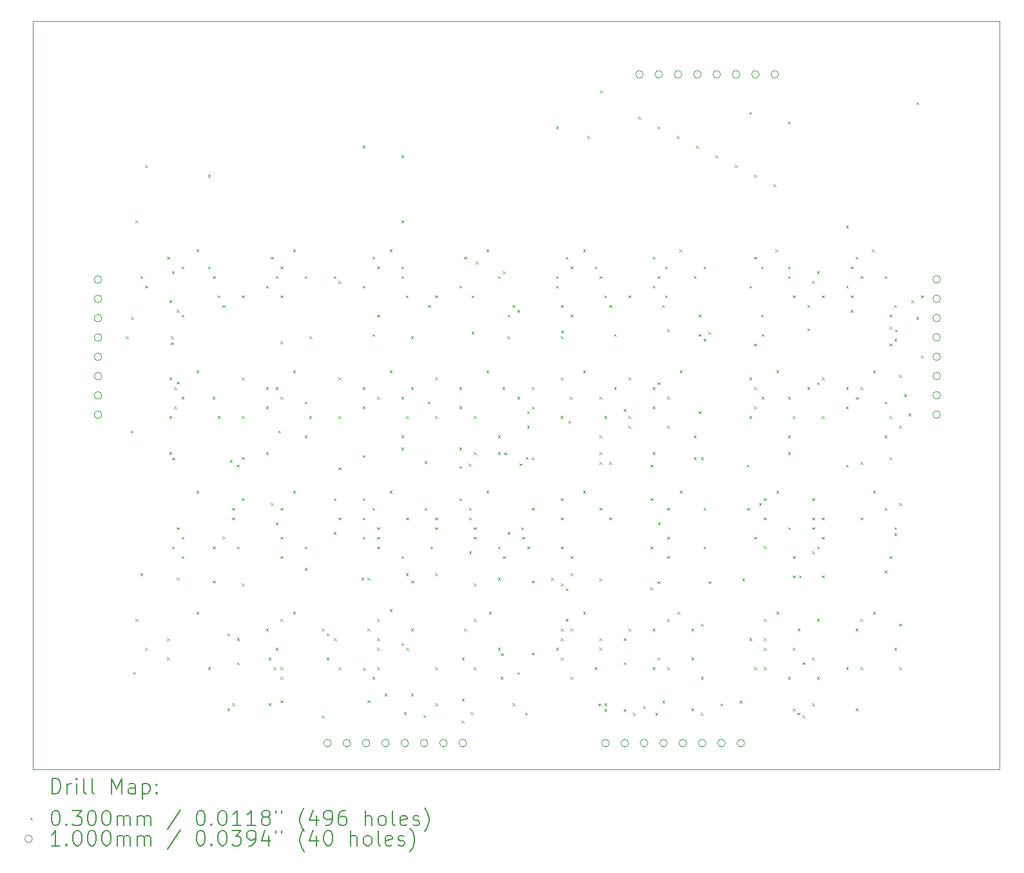
<source format=gbr>
%FSLAX45Y45*%
G04 Gerber Fmt 4.5, Leading zero omitted, Abs format (unit mm)*
G04 Created by KiCad (PCBNEW 6.0.6) date 2022-09-03 22:52:49*
%MOMM*%
%LPD*%
G01*
G04 APERTURE LIST*
%TA.AperFunction,Profile*%
%ADD10C,0.100000*%
%TD*%
%ADD11C,0.200000*%
%ADD12C,0.030000*%
%ADD13C,0.100000*%
G04 APERTURE END LIST*
D10*
X22542500Y-4127500D02*
X9842500Y-4127500D01*
X9842500Y-4127500D02*
X9842500Y-13970000D01*
X9842500Y-13970000D02*
X22542500Y-13970000D01*
X22542500Y-13970000D02*
X22542500Y-4127500D01*
D11*
D12*
X11065750Y-8271750D02*
X11095750Y-8301750D01*
X11095750Y-8271750D02*
X11065750Y-8301750D01*
X11129250Y-9510000D02*
X11159250Y-9540000D01*
X11159250Y-9510000D02*
X11129250Y-9540000D01*
X11132800Y-8017750D02*
X11162800Y-8047750D01*
X11162800Y-8017750D02*
X11132800Y-8047750D01*
X11161000Y-12685000D02*
X11191000Y-12715000D01*
X11191000Y-12685000D02*
X11161000Y-12715000D01*
X11192750Y-6747750D02*
X11222750Y-6777750D01*
X11222750Y-6747750D02*
X11192750Y-6777750D01*
X11192750Y-11986500D02*
X11222750Y-12016500D01*
X11222750Y-11986500D02*
X11192750Y-12016500D01*
X11256250Y-7478000D02*
X11286250Y-7508000D01*
X11286250Y-7478000D02*
X11256250Y-7508000D01*
X11256250Y-11383250D02*
X11286250Y-11413250D01*
X11286250Y-11383250D02*
X11256250Y-11413250D01*
X11319750Y-6017500D02*
X11349750Y-6047500D01*
X11349750Y-6017500D02*
X11319750Y-6047500D01*
X11319750Y-7605000D02*
X11349750Y-7635000D01*
X11349750Y-7605000D02*
X11319750Y-7635000D01*
X11319750Y-12367500D02*
X11349750Y-12397500D01*
X11349750Y-12367500D02*
X11319750Y-12397500D01*
X11605500Y-7224000D02*
X11635500Y-7254000D01*
X11635500Y-7224000D02*
X11605500Y-7254000D01*
X11605500Y-12240500D02*
X11635500Y-12270500D01*
X11635500Y-12240500D02*
X11605500Y-12270500D01*
X11605500Y-12494500D02*
X11635500Y-12524500D01*
X11635500Y-12494500D02*
X11605500Y-12524500D01*
X11635273Y-7793523D02*
X11665273Y-7823523D01*
X11665273Y-7793523D02*
X11635273Y-7823523D01*
X11637250Y-8811500D02*
X11667250Y-8841500D01*
X11667250Y-8811500D02*
X11637250Y-8841500D01*
X11637250Y-9319500D02*
X11667250Y-9349500D01*
X11667250Y-9319500D02*
X11637250Y-9349500D01*
X11637250Y-9795750D02*
X11667250Y-9825750D01*
X11667250Y-9795750D02*
X11637250Y-9825750D01*
X11656050Y-8271750D02*
X11686050Y-8301750D01*
X11686050Y-8271750D02*
X11656050Y-8301750D01*
X11656050Y-8351700D02*
X11686050Y-8381700D01*
X11686050Y-8351700D02*
X11656050Y-8381700D01*
X11669000Y-7414500D02*
X11699000Y-7444500D01*
X11699000Y-7414500D02*
X11669000Y-7444500D01*
X11669000Y-11034000D02*
X11699000Y-11064000D01*
X11699000Y-11034000D02*
X11669000Y-11064000D01*
X11673005Y-9867260D02*
X11703005Y-9897260D01*
X11703005Y-9867260D02*
X11673005Y-9897260D01*
X11700750Y-8938500D02*
X11730750Y-8968500D01*
X11730750Y-8938500D02*
X11700750Y-8968500D01*
X11700750Y-9192500D02*
X11730750Y-9222500D01*
X11730750Y-9192500D02*
X11700750Y-9222500D01*
X11732500Y-7922500D02*
X11762500Y-7952500D01*
X11762500Y-7922500D02*
X11732500Y-7952500D01*
X11732500Y-10780000D02*
X11762500Y-10810000D01*
X11762500Y-10780000D02*
X11732500Y-10810000D01*
X11732500Y-11446750D02*
X11762500Y-11476750D01*
X11762500Y-11446750D02*
X11732500Y-11476750D01*
X11736050Y-8866765D02*
X11766050Y-8896765D01*
X11766050Y-8866765D02*
X11736050Y-8896765D01*
X11796000Y-7351000D02*
X11826000Y-7381000D01*
X11826000Y-7351000D02*
X11796000Y-7381000D01*
X11796000Y-7986000D02*
X11826000Y-8016000D01*
X11826000Y-7986000D02*
X11796000Y-8016000D01*
X11796000Y-9065500D02*
X11826000Y-9095500D01*
X11826000Y-9065500D02*
X11796000Y-9095500D01*
X11796000Y-10907000D02*
X11826000Y-10937000D01*
X11826000Y-10907000D02*
X11796000Y-10937000D01*
X11796000Y-11161000D02*
X11826000Y-11191000D01*
X11826000Y-11161000D02*
X11796000Y-11191000D01*
X11993000Y-7128750D02*
X12023000Y-7158750D01*
X12023000Y-7128750D02*
X11993000Y-7158750D01*
X11993000Y-8716250D02*
X12023000Y-8746250D01*
X12023000Y-8716250D02*
X11993000Y-8746250D01*
X11993000Y-10303750D02*
X12023000Y-10333750D01*
X12023000Y-10303750D02*
X11993000Y-10333750D01*
X11993000Y-11891250D02*
X12023000Y-11921250D01*
X12023000Y-11891250D02*
X11993000Y-11921250D01*
X12145250Y-6144500D02*
X12175250Y-6174500D01*
X12175250Y-6144500D02*
X12145250Y-6174500D01*
X12145250Y-7351000D02*
X12175250Y-7381000D01*
X12175250Y-7351000D02*
X12145250Y-7381000D01*
X12145250Y-12621500D02*
X12175250Y-12651500D01*
X12175250Y-12621500D02*
X12145250Y-12651500D01*
X12205200Y-9065500D02*
X12235200Y-9095500D01*
X12235200Y-9065500D02*
X12205200Y-9095500D01*
X12208750Y-7478000D02*
X12238750Y-7508000D01*
X12238750Y-7478000D02*
X12208750Y-7508000D01*
X12208750Y-11034000D02*
X12238750Y-11064000D01*
X12238750Y-11034000D02*
X12208750Y-11064000D01*
X12208750Y-11483200D02*
X12238750Y-11513200D01*
X12238750Y-11483200D02*
X12208750Y-11513200D01*
X12272250Y-7732000D02*
X12302250Y-7762000D01*
X12302250Y-7732000D02*
X12272250Y-7762000D01*
X12272250Y-9319500D02*
X12302250Y-9349500D01*
X12302250Y-9319500D02*
X12272250Y-9349500D01*
X12335750Y-7859000D02*
X12365750Y-7889000D01*
X12365750Y-7859000D02*
X12335750Y-7889000D01*
X12335750Y-10903450D02*
X12365750Y-10933450D01*
X12365750Y-10903450D02*
X12335750Y-10933450D01*
X12399250Y-12177000D02*
X12429250Y-12207000D01*
X12429250Y-12177000D02*
X12399250Y-12207000D01*
X12399250Y-13161250D02*
X12429250Y-13191250D01*
X12429250Y-13161250D02*
X12399250Y-13191250D01*
X12431000Y-9895700D02*
X12461000Y-9925700D01*
X12461000Y-9895700D02*
X12431000Y-9925700D01*
X12462750Y-10526000D02*
X12492750Y-10556000D01*
X12492750Y-10526000D02*
X12462750Y-10556000D01*
X12462750Y-10653000D02*
X12492750Y-10683000D01*
X12492750Y-10653000D02*
X12462750Y-10683000D01*
X12462750Y-13097750D02*
X12492750Y-13127750D01*
X12492750Y-13097750D02*
X12462750Y-13127750D01*
X12522590Y-9958175D02*
X12552590Y-9988175D01*
X12552590Y-9958175D02*
X12522590Y-9988175D01*
X12526250Y-11034000D02*
X12556250Y-11064000D01*
X12556250Y-11034000D02*
X12526250Y-11064000D01*
X12526250Y-12240500D02*
X12556250Y-12270500D01*
X12556250Y-12240500D02*
X12526250Y-12270500D01*
X12526250Y-12558000D02*
X12556250Y-12588000D01*
X12556250Y-12558000D02*
X12526250Y-12588000D01*
X12589750Y-7732000D02*
X12619750Y-7762000D01*
X12619750Y-7732000D02*
X12589750Y-7762000D01*
X12589750Y-8811500D02*
X12619750Y-8841500D01*
X12619750Y-8811500D02*
X12589750Y-8841500D01*
X12589750Y-9319500D02*
X12619750Y-9349500D01*
X12619750Y-9319500D02*
X12589750Y-9349500D01*
X12589750Y-9855700D02*
X12619750Y-9885700D01*
X12619750Y-9855700D02*
X12589750Y-9885700D01*
X12589750Y-10399000D02*
X12619750Y-10429000D01*
X12619750Y-10399000D02*
X12589750Y-10429000D01*
X12589750Y-11523200D02*
X12619750Y-11553200D01*
X12619750Y-11523200D02*
X12589750Y-11553200D01*
X12907250Y-7605000D02*
X12937250Y-7635000D01*
X12937250Y-7605000D02*
X12907250Y-7635000D01*
X12907250Y-8938500D02*
X12937250Y-8968500D01*
X12937250Y-8938500D02*
X12907250Y-8968500D01*
X12907250Y-9192500D02*
X12937250Y-9222500D01*
X12937250Y-9192500D02*
X12907250Y-9222500D01*
X12907250Y-9795750D02*
X12937250Y-9825750D01*
X12937250Y-9795750D02*
X12907250Y-9825750D01*
X12907250Y-12113500D02*
X12937250Y-12143500D01*
X12937250Y-12113500D02*
X12907250Y-12143500D01*
X12939000Y-12494500D02*
X12969000Y-12524500D01*
X12969000Y-12494500D02*
X12939000Y-12524500D01*
X12939000Y-13097750D02*
X12969000Y-13127750D01*
X12969000Y-13097750D02*
X12939000Y-13127750D01*
X12970750Y-7224000D02*
X13000750Y-7254000D01*
X13000750Y-7224000D02*
X12970750Y-7254000D01*
X12970750Y-10462500D02*
X13000750Y-10492500D01*
X13000750Y-10462500D02*
X12970750Y-10492500D01*
X13002500Y-12621500D02*
X13032500Y-12651500D01*
X13032500Y-12621500D02*
X13002500Y-12651500D01*
X13034250Y-7478000D02*
X13064250Y-7508000D01*
X13064250Y-7478000D02*
X13034250Y-7508000D01*
X13034250Y-8938500D02*
X13064250Y-8968500D01*
X13064250Y-8938500D02*
X13034250Y-8968500D01*
X13034250Y-10716500D02*
X13064250Y-10746500D01*
X13064250Y-10716500D02*
X13034250Y-10746500D01*
X13034250Y-12367500D02*
X13064250Y-12397500D01*
X13064250Y-12367500D02*
X13034250Y-12397500D01*
X13066000Y-9510000D02*
X13096000Y-9540000D01*
X13096000Y-9510000D02*
X13066000Y-9540000D01*
X13097750Y-7351000D02*
X13127750Y-7381000D01*
X13127750Y-7351000D02*
X13097750Y-7381000D01*
X13097750Y-7732000D02*
X13127750Y-7762000D01*
X13127750Y-7732000D02*
X13097750Y-7762000D01*
X13097750Y-8335250D02*
X13127750Y-8365250D01*
X13127750Y-8335250D02*
X13097750Y-8365250D01*
X13097750Y-9065500D02*
X13127750Y-9095500D01*
X13127750Y-9065500D02*
X13097750Y-9095500D01*
X13097750Y-10526000D02*
X13127750Y-10556000D01*
X13127750Y-10526000D02*
X13097750Y-10556000D01*
X13097750Y-10907000D02*
X13127750Y-10937000D01*
X13127750Y-10907000D02*
X13097750Y-10937000D01*
X13097750Y-11161000D02*
X13127750Y-11191000D01*
X13127750Y-11161000D02*
X13097750Y-11191000D01*
X13097750Y-11986500D02*
X13127750Y-12016500D01*
X13127750Y-11986500D02*
X13097750Y-12016500D01*
X13097750Y-12621500D02*
X13127750Y-12651500D01*
X13127750Y-12621500D02*
X13097750Y-12651500D01*
X13097750Y-12748500D02*
X13127750Y-12778500D01*
X13127750Y-12748500D02*
X13097750Y-12778500D01*
X13097750Y-13057800D02*
X13127750Y-13087800D01*
X13127750Y-13057800D02*
X13097750Y-13087800D01*
X13263000Y-7128750D02*
X13293000Y-7158750D01*
X13293000Y-7128750D02*
X13263000Y-7158750D01*
X13263000Y-8716250D02*
X13293000Y-8746250D01*
X13293000Y-8716250D02*
X13263000Y-8746250D01*
X13263000Y-10303750D02*
X13293000Y-10333750D01*
X13293000Y-10303750D02*
X13263000Y-10333750D01*
X13263000Y-11891250D02*
X13293000Y-11921250D01*
X13293000Y-11891250D02*
X13263000Y-11921250D01*
X13415250Y-7478000D02*
X13445250Y-7508000D01*
X13445250Y-7478000D02*
X13415250Y-7508000D01*
X13415250Y-9129000D02*
X13445250Y-9159000D01*
X13445250Y-9129000D02*
X13415250Y-9159000D01*
X13415250Y-9573500D02*
X13445250Y-9603500D01*
X13445250Y-9573500D02*
X13415250Y-9603500D01*
X13415250Y-11034000D02*
X13445250Y-11064000D01*
X13445250Y-11034000D02*
X13415250Y-11064000D01*
X13415250Y-11319750D02*
X13445250Y-11349750D01*
X13445250Y-11319750D02*
X13415250Y-11349750D01*
X13475200Y-9319500D02*
X13505200Y-9349500D01*
X13505200Y-9319500D02*
X13475200Y-9349500D01*
X13478750Y-8271750D02*
X13508750Y-8301750D01*
X13508750Y-8271750D02*
X13478750Y-8301750D01*
X13637500Y-12113500D02*
X13667500Y-12143500D01*
X13667500Y-12113500D02*
X13637500Y-12143500D01*
X13637500Y-13257700D02*
X13667500Y-13287700D01*
X13667500Y-13257700D02*
X13637500Y-13287700D01*
X13701000Y-12177000D02*
X13731000Y-12207000D01*
X13731000Y-12177000D02*
X13701000Y-12207000D01*
X13701000Y-12494500D02*
X13731000Y-12524500D01*
X13731000Y-12494500D02*
X13701000Y-12524500D01*
X13796250Y-7478000D02*
X13826250Y-7508000D01*
X13826250Y-7478000D02*
X13796250Y-7508000D01*
X13796250Y-10399000D02*
X13826250Y-10429000D01*
X13826250Y-10399000D02*
X13796250Y-10429000D01*
X13796250Y-10843500D02*
X13826250Y-10873500D01*
X13826250Y-10843500D02*
X13796250Y-10873500D01*
X13799800Y-12240500D02*
X13829800Y-12270500D01*
X13829800Y-12240500D02*
X13799800Y-12270500D01*
X13859750Y-7541500D02*
X13889750Y-7571500D01*
X13889750Y-7541500D02*
X13859750Y-7571500D01*
X13859750Y-8811500D02*
X13889750Y-8841500D01*
X13889750Y-8811500D02*
X13859750Y-8841500D01*
X13859750Y-9319500D02*
X13889750Y-9349500D01*
X13889750Y-9319500D02*
X13859750Y-9349500D01*
X13859750Y-9992200D02*
X13889750Y-10022200D01*
X13889750Y-9992200D02*
X13859750Y-10022200D01*
X13859750Y-10653000D02*
X13889750Y-10683000D01*
X13889750Y-10653000D02*
X13859750Y-10683000D01*
X13859750Y-12621500D02*
X13889750Y-12651500D01*
X13889750Y-12621500D02*
X13859750Y-12651500D01*
X14160800Y-11446750D02*
X14190800Y-11476750D01*
X14190800Y-11446750D02*
X14160800Y-11476750D01*
X14177250Y-5763500D02*
X14207250Y-5793500D01*
X14207250Y-5763500D02*
X14177250Y-5793500D01*
X14177250Y-7605000D02*
X14207250Y-7635000D01*
X14207250Y-7605000D02*
X14177250Y-7635000D01*
X14177250Y-8938500D02*
X14207250Y-8968500D01*
X14207250Y-8938500D02*
X14177250Y-8968500D01*
X14177250Y-9192500D02*
X14207250Y-9222500D01*
X14207250Y-9192500D02*
X14177250Y-9222500D01*
X14177250Y-9832200D02*
X14207250Y-9862200D01*
X14207250Y-9832200D02*
X14177250Y-9862200D01*
X14177250Y-10399000D02*
X14207250Y-10429000D01*
X14207250Y-10399000D02*
X14177250Y-10429000D01*
X14177250Y-10653000D02*
X14207250Y-10683000D01*
X14207250Y-10653000D02*
X14177250Y-10683000D01*
X14177250Y-10907000D02*
X14207250Y-10937000D01*
X14207250Y-10907000D02*
X14177250Y-10937000D01*
X14180800Y-12630987D02*
X14210800Y-12660987D01*
X14210800Y-12630987D02*
X14180800Y-12660987D01*
X14240750Y-11446750D02*
X14270750Y-11476750D01*
X14270750Y-11446750D02*
X14240750Y-11476750D01*
X14240750Y-12113500D02*
X14270750Y-12143500D01*
X14270750Y-12113500D02*
X14240750Y-12143500D01*
X14240750Y-13057800D02*
X14270750Y-13087800D01*
X14270750Y-13057800D02*
X14240750Y-13087800D01*
X14304250Y-7224000D02*
X14334250Y-7254000D01*
X14334250Y-7224000D02*
X14304250Y-7254000D01*
X14304250Y-8240000D02*
X14334250Y-8270000D01*
X14334250Y-8240000D02*
X14304250Y-8270000D01*
X14304250Y-10526000D02*
X14334250Y-10556000D01*
X14334250Y-10526000D02*
X14304250Y-10556000D01*
X14304250Y-12748500D02*
X14334250Y-12778500D01*
X14334250Y-12748500D02*
X14304250Y-12778500D01*
X14367750Y-7351000D02*
X14397750Y-7381000D01*
X14397750Y-7351000D02*
X14367750Y-7381000D01*
X14367750Y-7986000D02*
X14397750Y-8016000D01*
X14397750Y-7986000D02*
X14367750Y-8016000D01*
X14367750Y-9065500D02*
X14397750Y-9095500D01*
X14397750Y-9065500D02*
X14367750Y-9095500D01*
X14367750Y-10780000D02*
X14397750Y-10810000D01*
X14397750Y-10780000D02*
X14367750Y-10810000D01*
X14367750Y-10907000D02*
X14397750Y-10937000D01*
X14397750Y-10907000D02*
X14367750Y-10937000D01*
X14367750Y-11034000D02*
X14397750Y-11064000D01*
X14397750Y-11034000D02*
X14367750Y-11064000D01*
X14367750Y-11986500D02*
X14397750Y-12016500D01*
X14397750Y-11986500D02*
X14367750Y-12016500D01*
X14367750Y-12240500D02*
X14397750Y-12270500D01*
X14397750Y-12240500D02*
X14367750Y-12270500D01*
X14367750Y-12367500D02*
X14397750Y-12397500D01*
X14397750Y-12367500D02*
X14367750Y-12397500D01*
X14367750Y-12621500D02*
X14397750Y-12651500D01*
X14397750Y-12621500D02*
X14367750Y-12651500D01*
X14463000Y-12970750D02*
X14493000Y-13000750D01*
X14493000Y-12970750D02*
X14463000Y-13000750D01*
X14533000Y-7128750D02*
X14563000Y-7158750D01*
X14563000Y-7128750D02*
X14533000Y-7158750D01*
X14533000Y-8716250D02*
X14563000Y-8746250D01*
X14563000Y-8716250D02*
X14533000Y-8746250D01*
X14533000Y-10303750D02*
X14563000Y-10333750D01*
X14563000Y-10303750D02*
X14533000Y-10333750D01*
X14533000Y-11859500D02*
X14563000Y-11889500D01*
X14563000Y-11859500D02*
X14533000Y-11889500D01*
X14685250Y-5890500D02*
X14715250Y-5920500D01*
X14715250Y-5890500D02*
X14685250Y-5920500D01*
X14685250Y-6747750D02*
X14715250Y-6777750D01*
X14715250Y-6747750D02*
X14685250Y-6777750D01*
X14685250Y-7351000D02*
X14715250Y-7381000D01*
X14715250Y-7351000D02*
X14685250Y-7381000D01*
X14685250Y-7478000D02*
X14715250Y-7508000D01*
X14715250Y-7478000D02*
X14685250Y-7508000D01*
X14685250Y-9065500D02*
X14715250Y-9095500D01*
X14715250Y-9065500D02*
X14685250Y-9095500D01*
X14685250Y-9573500D02*
X14715250Y-9603500D01*
X14715250Y-9573500D02*
X14685250Y-9603500D01*
X14685250Y-9732250D02*
X14715250Y-9762250D01*
X14715250Y-9732250D02*
X14685250Y-9762250D01*
X14685250Y-11161000D02*
X14715250Y-11191000D01*
X14715250Y-11161000D02*
X14685250Y-11191000D01*
X14685250Y-12304000D02*
X14715250Y-12334000D01*
X14715250Y-12304000D02*
X14685250Y-12334000D01*
X14717000Y-13214200D02*
X14747000Y-13244200D01*
X14747000Y-13214200D02*
X14717000Y-13244200D01*
X14745200Y-7732000D02*
X14775200Y-7762000D01*
X14775200Y-7732000D02*
X14745200Y-7762000D01*
X14745200Y-11383250D02*
X14775200Y-11413250D01*
X14775200Y-11383250D02*
X14745200Y-11413250D01*
X14748750Y-9319500D02*
X14778750Y-9349500D01*
X14778750Y-9319500D02*
X14748750Y-9349500D01*
X14748750Y-10653000D02*
X14778750Y-10683000D01*
X14778750Y-10653000D02*
X14748750Y-10683000D01*
X14748750Y-12367500D02*
X14778750Y-12397500D01*
X14778750Y-12367500D02*
X14748750Y-12397500D01*
X14812250Y-8271750D02*
X14842250Y-8301750D01*
X14842250Y-8271750D02*
X14812250Y-8301750D01*
X14812250Y-8938500D02*
X14842250Y-8968500D01*
X14842250Y-8938500D02*
X14812250Y-8968500D01*
X14812250Y-12113500D02*
X14842250Y-12143500D01*
X14842250Y-12113500D02*
X14812250Y-12143500D01*
X14812250Y-12970750D02*
X14842250Y-13000750D01*
X14842250Y-12970750D02*
X14812250Y-13000750D01*
X14815917Y-11483200D02*
X14845917Y-11513200D01*
X14845917Y-11483200D02*
X14815917Y-11513200D01*
X14971000Y-13254200D02*
X15001000Y-13284200D01*
X15001000Y-13254200D02*
X14971000Y-13284200D01*
X14989800Y-9912200D02*
X15019800Y-9942200D01*
X15019800Y-9912200D02*
X14989800Y-9942200D01*
X14989800Y-10526000D02*
X15019800Y-10556000D01*
X15019800Y-10526000D02*
X14989800Y-10556000D01*
X15029800Y-9129000D02*
X15059800Y-9159000D01*
X15059800Y-9129000D02*
X15029800Y-9159000D01*
X15034500Y-7859000D02*
X15064500Y-7889000D01*
X15064500Y-7859000D02*
X15034500Y-7889000D01*
X15066250Y-11034000D02*
X15096250Y-11064000D01*
X15096250Y-11034000D02*
X15066250Y-11064000D01*
X15129750Y-7732000D02*
X15159750Y-7762000D01*
X15159750Y-7732000D02*
X15129750Y-7762000D01*
X15129750Y-8811500D02*
X15159750Y-8841500D01*
X15159750Y-8811500D02*
X15129750Y-8841500D01*
X15129750Y-9319500D02*
X15159750Y-9349500D01*
X15159750Y-9319500D02*
X15129750Y-9349500D01*
X15129750Y-10653000D02*
X15159750Y-10683000D01*
X15159750Y-10653000D02*
X15129750Y-10683000D01*
X15129750Y-10780000D02*
X15159750Y-10810000D01*
X15159750Y-10780000D02*
X15129750Y-10810000D01*
X15129750Y-11386800D02*
X15159750Y-11416800D01*
X15159750Y-11386800D02*
X15129750Y-11416800D01*
X15129750Y-12621500D02*
X15159750Y-12651500D01*
X15159750Y-12621500D02*
X15129750Y-12651500D01*
X15129750Y-13094200D02*
X15159750Y-13124200D01*
X15159750Y-13094200D02*
X15129750Y-13124200D01*
X15447250Y-7605000D02*
X15477250Y-7635000D01*
X15477250Y-7605000D02*
X15447250Y-7635000D01*
X15447250Y-8938500D02*
X15477250Y-8968500D01*
X15477250Y-8938500D02*
X15447250Y-8968500D01*
X15447250Y-9192500D02*
X15477250Y-9222500D01*
X15477250Y-9192500D02*
X15447250Y-9222500D01*
X15447250Y-9732250D02*
X15477250Y-9762250D01*
X15477250Y-9732250D02*
X15447250Y-9762250D01*
X15447250Y-9975700D02*
X15477250Y-10005700D01*
X15477250Y-9975700D02*
X15447250Y-10005700D01*
X15447250Y-10399000D02*
X15477250Y-10429000D01*
X15477250Y-10399000D02*
X15447250Y-10429000D01*
X15475640Y-13323360D02*
X15505640Y-13353360D01*
X15505640Y-13323360D02*
X15475640Y-13353360D01*
X15479000Y-12494500D02*
X15509000Y-12524500D01*
X15509000Y-12494500D02*
X15479000Y-12524500D01*
X15479000Y-13034250D02*
X15509000Y-13064250D01*
X15509000Y-13034250D02*
X15479000Y-13064250D01*
X15510750Y-7224000D02*
X15540750Y-7254000D01*
X15540750Y-7224000D02*
X15510750Y-7254000D01*
X15510750Y-12113500D02*
X15540750Y-12143500D01*
X15540750Y-12113500D02*
X15510750Y-12143500D01*
X15570700Y-9946396D02*
X15600700Y-9976396D01*
X15600700Y-9946396D02*
X15570700Y-9976396D01*
X15574250Y-10526000D02*
X15604250Y-10556000D01*
X15604250Y-10526000D02*
X15574250Y-10556000D01*
X15574250Y-10653000D02*
X15604250Y-10683000D01*
X15604250Y-10653000D02*
X15574250Y-10683000D01*
X15574250Y-11097500D02*
X15604250Y-11127500D01*
X15604250Y-11097500D02*
X15574250Y-11127500D01*
X15592683Y-13214200D02*
X15622683Y-13244200D01*
X15622683Y-13214200D02*
X15592683Y-13244200D01*
X15606000Y-7732000D02*
X15636000Y-7762000D01*
X15636000Y-7732000D02*
X15606000Y-7762000D01*
X15606000Y-8208250D02*
X15636000Y-8238250D01*
X15636000Y-8208250D02*
X15606000Y-8238250D01*
X15637750Y-9319500D02*
X15667750Y-9349500D01*
X15667750Y-9319500D02*
X15637750Y-9349500D01*
X15637750Y-9792200D02*
X15667750Y-9822200D01*
X15667750Y-9792200D02*
X15637750Y-9822200D01*
X15637750Y-10780000D02*
X15667750Y-10810000D01*
X15667750Y-10780000D02*
X15637750Y-10810000D01*
X15637750Y-10907000D02*
X15667750Y-10937000D01*
X15667750Y-10907000D02*
X15637750Y-10937000D01*
X15637750Y-11523200D02*
X15667750Y-11553200D01*
X15667750Y-11523200D02*
X15637750Y-11553200D01*
X15637750Y-11986500D02*
X15667750Y-12016500D01*
X15667750Y-11986500D02*
X15637750Y-12016500D01*
X15637750Y-12621500D02*
X15667750Y-12651500D01*
X15667750Y-12621500D02*
X15637750Y-12651500D01*
X15664300Y-7287500D02*
X15694300Y-7317500D01*
X15694300Y-7287500D02*
X15664300Y-7317500D01*
X15803000Y-7128750D02*
X15833000Y-7158750D01*
X15833000Y-7128750D02*
X15803000Y-7158750D01*
X15803000Y-8716250D02*
X15833000Y-8746250D01*
X15833000Y-8716250D02*
X15803000Y-8746250D01*
X15803000Y-10303750D02*
X15833000Y-10333750D01*
X15833000Y-10303750D02*
X15803000Y-10333750D01*
X15834750Y-11891250D02*
X15864750Y-11921250D01*
X15864750Y-11891250D02*
X15834750Y-11921250D01*
X15955250Y-7478000D02*
X15985250Y-7508000D01*
X15985250Y-7478000D02*
X15955250Y-7508000D01*
X15955250Y-9573500D02*
X15985250Y-9603500D01*
X15985250Y-9573500D02*
X15955250Y-9603500D01*
X15955250Y-9792200D02*
X15985250Y-9822200D01*
X15985250Y-9792200D02*
X15955250Y-9822200D01*
X15955250Y-11034000D02*
X15985250Y-11064000D01*
X15985250Y-11034000D02*
X15955250Y-11064000D01*
X15955250Y-11446750D02*
X15985250Y-11476750D01*
X15985250Y-11446750D02*
X15955250Y-11476750D01*
X15955250Y-12367500D02*
X15985250Y-12397500D01*
X15985250Y-12367500D02*
X15955250Y-12397500D01*
X15987000Y-12748500D02*
X16017000Y-12778500D01*
X16017000Y-12748500D02*
X15987000Y-12778500D01*
X15991005Y-12439010D02*
X16021005Y-12469010D01*
X16021005Y-12439010D02*
X15991005Y-12469010D01*
X16015200Y-8938500D02*
X16045200Y-8968500D01*
X16045200Y-8938500D02*
X16015200Y-8968500D01*
X16018750Y-7414500D02*
X16048750Y-7444500D01*
X16048750Y-7414500D02*
X16018750Y-7444500D01*
X16018750Y-11161000D02*
X16048750Y-11191000D01*
X16048750Y-11161000D02*
X16018750Y-11191000D01*
X16035076Y-9796663D02*
X16065076Y-9826663D01*
X16065076Y-9796663D02*
X16035076Y-9826663D01*
X16078700Y-8271750D02*
X16108700Y-8301750D01*
X16108700Y-8271750D02*
X16078700Y-8301750D01*
X16082250Y-7986000D02*
X16112250Y-8016000D01*
X16112250Y-7986000D02*
X16082250Y-8016000D01*
X16082250Y-10843500D02*
X16112250Y-10873500D01*
X16112250Y-10843500D02*
X16082250Y-10873500D01*
X16145750Y-7859000D02*
X16175750Y-7889000D01*
X16175750Y-7859000D02*
X16145750Y-7889000D01*
X16145750Y-13097750D02*
X16175750Y-13127750D01*
X16175750Y-13097750D02*
X16145750Y-13127750D01*
X16209250Y-7922500D02*
X16239250Y-7952500D01*
X16239250Y-7922500D02*
X16209250Y-7952500D01*
X16209250Y-9065500D02*
X16239250Y-9095500D01*
X16239250Y-9065500D02*
X16209250Y-9095500D01*
X16209250Y-12685000D02*
X16239250Y-12715000D01*
X16239250Y-12685000D02*
X16209250Y-12715000D01*
X16237363Y-9942820D02*
X16267363Y-9972820D01*
X16267363Y-9942820D02*
X16237363Y-9972820D01*
X16259800Y-10780000D02*
X16289800Y-10810000D01*
X16289800Y-10780000D02*
X16259800Y-10810000D01*
X16272750Y-10907000D02*
X16302750Y-10937000D01*
X16302750Y-10907000D02*
X16272750Y-10937000D01*
X16308286Y-13217986D02*
X16338286Y-13247986D01*
X16338286Y-13217986D02*
X16308286Y-13247986D01*
X16319879Y-9855700D02*
X16349879Y-9885700D01*
X16349879Y-9855700D02*
X16319879Y-9885700D01*
X16336250Y-9256000D02*
X16366250Y-9286000D01*
X16366250Y-9256000D02*
X16336250Y-9286000D01*
X16336250Y-9446500D02*
X16366250Y-9476500D01*
X16366250Y-9446500D02*
X16336250Y-9476500D01*
X16339800Y-11034000D02*
X16369800Y-11064000D01*
X16369800Y-11034000D02*
X16339800Y-11064000D01*
X16399750Y-8938500D02*
X16429750Y-8968500D01*
X16429750Y-8938500D02*
X16399750Y-8968500D01*
X16399750Y-9192500D02*
X16429750Y-9222500D01*
X16429750Y-9192500D02*
X16399750Y-9222500D01*
X16399750Y-9859250D02*
X16429750Y-9889250D01*
X16429750Y-9859250D02*
X16399750Y-9889250D01*
X16399750Y-10526000D02*
X16429750Y-10556000D01*
X16429750Y-10526000D02*
X16399750Y-10556000D01*
X16399750Y-11483200D02*
X16429750Y-11513200D01*
X16429750Y-11483200D02*
X16399750Y-11513200D01*
X16399750Y-12431000D02*
X16429750Y-12461000D01*
X16429750Y-12431000D02*
X16399750Y-12461000D01*
X16653750Y-11446750D02*
X16683750Y-11476750D01*
X16683750Y-11446750D02*
X16653750Y-11476750D01*
X16717250Y-5509500D02*
X16747250Y-5539500D01*
X16747250Y-5509500D02*
X16717250Y-5539500D01*
X16717250Y-7478000D02*
X16747250Y-7508000D01*
X16747250Y-7478000D02*
X16717250Y-7508000D01*
X16717250Y-7605000D02*
X16747250Y-7635000D01*
X16747250Y-7605000D02*
X16717250Y-7635000D01*
X16717250Y-12367500D02*
X16747250Y-12397500D01*
X16747250Y-12367500D02*
X16717250Y-12397500D01*
X16777200Y-9319500D02*
X16807200Y-9349500D01*
X16807200Y-9319500D02*
X16777200Y-9349500D01*
X16780750Y-7859000D02*
X16810750Y-7889000D01*
X16810750Y-7859000D02*
X16780750Y-7889000D01*
X16780750Y-8271750D02*
X16810750Y-8301750D01*
X16810750Y-8271750D02*
X16780750Y-8301750D01*
X16780750Y-8811500D02*
X16810750Y-8841500D01*
X16810750Y-8811500D02*
X16780750Y-8841500D01*
X16780750Y-10399000D02*
X16810750Y-10429000D01*
X16810750Y-10399000D02*
X16780750Y-10429000D01*
X16780750Y-10653000D02*
X16810750Y-10683000D01*
X16810750Y-10653000D02*
X16780750Y-10683000D01*
X16780750Y-11034000D02*
X16810750Y-11064000D01*
X16810750Y-11034000D02*
X16780750Y-11064000D01*
X16780750Y-11523200D02*
X16810750Y-11553200D01*
X16810750Y-11523200D02*
X16780750Y-11553200D01*
X16780750Y-12113500D02*
X16810750Y-12143500D01*
X16810750Y-12113500D02*
X16780750Y-12143500D01*
X16780750Y-12240500D02*
X16810750Y-12270500D01*
X16810750Y-12240500D02*
X16780750Y-12270500D01*
X16780750Y-12494500D02*
X16810750Y-12524500D01*
X16810750Y-12494500D02*
X16780750Y-12524500D01*
X16784300Y-8191879D02*
X16814300Y-8221879D01*
X16814300Y-8191879D02*
X16784300Y-8221879D01*
X16844250Y-7224000D02*
X16874250Y-7254000D01*
X16874250Y-7224000D02*
X16844250Y-7254000D01*
X16844250Y-11583150D02*
X16874250Y-11613150D01*
X16874250Y-11583150D02*
X16844250Y-11613150D01*
X16844250Y-11986500D02*
X16874250Y-12016500D01*
X16874250Y-11986500D02*
X16844250Y-12016500D01*
X16876000Y-9383000D02*
X16906000Y-9413000D01*
X16906000Y-9383000D02*
X16876000Y-9413000D01*
X16898860Y-9065500D02*
X16928860Y-9095500D01*
X16928860Y-9065500D02*
X16898860Y-9095500D01*
X16907750Y-7351000D02*
X16937750Y-7381000D01*
X16937750Y-7351000D02*
X16907750Y-7381000D01*
X16907750Y-7986000D02*
X16937750Y-8016000D01*
X16937750Y-7986000D02*
X16907750Y-8016000D01*
X16907750Y-11161000D02*
X16937750Y-11191000D01*
X16937750Y-11161000D02*
X16907750Y-11191000D01*
X16907750Y-11383250D02*
X16937750Y-11413250D01*
X16937750Y-11383250D02*
X16907750Y-11413250D01*
X16907750Y-12113500D02*
X16937750Y-12143500D01*
X16937750Y-12113500D02*
X16907750Y-12143500D01*
X16907750Y-12748500D02*
X16937750Y-12778500D01*
X16937750Y-12748500D02*
X16907750Y-12778500D01*
X17073000Y-7128750D02*
X17103000Y-7158750D01*
X17103000Y-7128750D02*
X17073000Y-7158750D01*
X17073000Y-8716250D02*
X17103000Y-8746250D01*
X17103000Y-8716250D02*
X17073000Y-8746250D01*
X17073000Y-10303750D02*
X17103000Y-10333750D01*
X17103000Y-10303750D02*
X17073000Y-10333750D01*
X17073000Y-11891250D02*
X17103000Y-11921250D01*
X17103000Y-11891250D02*
X17073000Y-11921250D01*
X17125050Y-5636500D02*
X17155050Y-5666500D01*
X17155050Y-5636500D02*
X17125050Y-5666500D01*
X17225250Y-7351000D02*
X17255250Y-7381000D01*
X17255250Y-7351000D02*
X17225250Y-7381000D01*
X17225250Y-12621500D02*
X17255250Y-12651500D01*
X17255250Y-12621500D02*
X17225250Y-12651500D01*
X17272424Y-13098663D02*
X17302424Y-13128663D01*
X17302424Y-13098663D02*
X17272424Y-13128663D01*
X17288750Y-7478000D02*
X17318750Y-7508000D01*
X17318750Y-7478000D02*
X17288750Y-7508000D01*
X17288750Y-9065500D02*
X17318750Y-9095500D01*
X17318750Y-9065500D02*
X17288750Y-9095500D01*
X17288750Y-9573500D02*
X17318750Y-9603500D01*
X17318750Y-9573500D02*
X17288750Y-9603500D01*
X17288750Y-9795750D02*
X17318750Y-9825750D01*
X17318750Y-9795750D02*
X17288750Y-9825750D01*
X17288750Y-9919200D02*
X17318750Y-9949200D01*
X17318750Y-9919200D02*
X17288750Y-9949200D01*
X17288750Y-10526000D02*
X17318750Y-10556000D01*
X17318750Y-10526000D02*
X17288750Y-10556000D01*
X17288750Y-12240500D02*
X17318750Y-12270500D01*
X17318750Y-12240500D02*
X17288750Y-12270500D01*
X17288750Y-12367500D02*
X17318750Y-12397500D01*
X17318750Y-12367500D02*
X17288750Y-12397500D01*
X17288800Y-11451450D02*
X17318800Y-11481450D01*
X17318800Y-11451450D02*
X17288800Y-11481450D01*
X17295250Y-5033250D02*
X17325250Y-5063250D01*
X17325250Y-5033250D02*
X17295250Y-5063250D01*
X17352250Y-7732000D02*
X17382250Y-7762000D01*
X17382250Y-7732000D02*
X17352250Y-7762000D01*
X17352250Y-9319500D02*
X17382250Y-9349500D01*
X17382250Y-9319500D02*
X17352250Y-9349500D01*
X17352250Y-13094200D02*
X17382250Y-13124200D01*
X17382250Y-13094200D02*
X17352250Y-13124200D01*
X17352250Y-13174150D02*
X17382250Y-13204150D01*
X17382250Y-13174150D02*
X17352250Y-13204150D01*
X17415750Y-7859000D02*
X17445750Y-7889000D01*
X17445750Y-7859000D02*
X17415750Y-7889000D01*
X17415750Y-9922750D02*
X17445750Y-9952750D01*
X17445750Y-9922750D02*
X17415750Y-9952750D01*
X17415750Y-10653000D02*
X17445750Y-10683000D01*
X17445750Y-10653000D02*
X17415750Y-10683000D01*
X17479250Y-8240000D02*
X17509250Y-8270000D01*
X17509250Y-8240000D02*
X17479250Y-8270000D01*
X17479250Y-8938500D02*
X17509250Y-8968500D01*
X17509250Y-8938500D02*
X17479250Y-8968500D01*
X17606250Y-9224250D02*
X17636250Y-9254250D01*
X17636250Y-9224250D02*
X17606250Y-9254250D01*
X17606250Y-12240500D02*
X17636250Y-12270500D01*
X17636250Y-12240500D02*
X17606250Y-12270500D01*
X17606250Y-12558000D02*
X17636250Y-12588000D01*
X17636250Y-12558000D02*
X17606250Y-12588000D01*
X17606250Y-13174200D02*
X17636250Y-13204200D01*
X17636250Y-13174200D02*
X17606250Y-13204200D01*
X17669750Y-7732000D02*
X17699750Y-7762000D01*
X17699750Y-7732000D02*
X17669750Y-7762000D01*
X17669750Y-8811500D02*
X17699750Y-8841500D01*
X17699750Y-8811500D02*
X17669750Y-8841500D01*
X17669750Y-9319500D02*
X17699750Y-9349500D01*
X17699750Y-9319500D02*
X17669750Y-9349500D01*
X17669750Y-9446500D02*
X17699750Y-9476500D01*
X17699750Y-9446500D02*
X17669750Y-9476500D01*
X17669750Y-12113500D02*
X17699750Y-12143500D01*
X17699750Y-12113500D02*
X17669750Y-12143500D01*
X17729293Y-13221200D02*
X17759293Y-13251200D01*
X17759293Y-13221200D02*
X17729293Y-13251200D01*
X17796750Y-5382500D02*
X17826750Y-5412500D01*
X17826750Y-5382500D02*
X17796750Y-5412500D01*
X17860250Y-13134200D02*
X17890250Y-13164200D01*
X17890250Y-13134200D02*
X17860250Y-13164200D01*
X17955500Y-9959200D02*
X17985500Y-9989200D01*
X17985500Y-9959200D02*
X17955500Y-9989200D01*
X17955500Y-10399000D02*
X17985500Y-10429000D01*
X17985500Y-10399000D02*
X17955500Y-10429000D01*
X17955500Y-11034000D02*
X17985500Y-11064000D01*
X17985500Y-11034000D02*
X17955500Y-11064000D01*
X17955500Y-11573750D02*
X17985500Y-11603750D01*
X17985500Y-11573750D02*
X17955500Y-11603750D01*
X17987250Y-7224000D02*
X18017250Y-7254000D01*
X18017250Y-7224000D02*
X17987250Y-7254000D01*
X17987250Y-7605000D02*
X18017250Y-7635000D01*
X18017250Y-7605000D02*
X17987250Y-7635000D01*
X17987250Y-8938500D02*
X18017250Y-8968500D01*
X18017250Y-8938500D02*
X17987250Y-8968500D01*
X17987250Y-9192500D02*
X18017250Y-9222500D01*
X18017250Y-9192500D02*
X17987250Y-9222500D01*
X17987250Y-9795750D02*
X18017250Y-9825750D01*
X18017250Y-9795750D02*
X17987250Y-9825750D01*
X17987250Y-12113500D02*
X18017250Y-12143500D01*
X18017250Y-12113500D02*
X17987250Y-12143500D01*
X17987250Y-12621500D02*
X18017250Y-12651500D01*
X18017250Y-12621500D02*
X17987250Y-12651500D01*
X18019000Y-13221250D02*
X18049000Y-13251250D01*
X18049000Y-13221250D02*
X18019000Y-13251250D01*
X18050750Y-5509500D02*
X18080750Y-5539500D01*
X18080750Y-5509500D02*
X18050750Y-5539500D01*
X18050750Y-7478000D02*
X18080750Y-7508000D01*
X18080750Y-7478000D02*
X18050750Y-7508000D01*
X18050750Y-8875000D02*
X18080750Y-8905000D01*
X18080750Y-8875000D02*
X18050750Y-8905000D01*
X18050750Y-11491450D02*
X18080750Y-11521450D01*
X18080750Y-11491450D02*
X18050750Y-11521450D01*
X18050750Y-12494500D02*
X18080750Y-12524500D01*
X18080750Y-12494500D02*
X18050750Y-12524500D01*
X18054300Y-10716500D02*
X18084300Y-10746500D01*
X18084300Y-10716500D02*
X18054300Y-10746500D01*
X18114069Y-13061300D02*
X18144069Y-13091300D01*
X18144069Y-13061300D02*
X18114069Y-13091300D01*
X18114250Y-7859000D02*
X18144250Y-7889000D01*
X18144250Y-7859000D02*
X18114250Y-7889000D01*
X18146000Y-7351000D02*
X18176000Y-7381000D01*
X18176000Y-7351000D02*
X18146000Y-7381000D01*
X18146000Y-7732000D02*
X18176000Y-7762000D01*
X18176000Y-7732000D02*
X18146000Y-7762000D01*
X18177750Y-8176500D02*
X18207750Y-8206500D01*
X18207750Y-8176500D02*
X18177750Y-8206500D01*
X18177750Y-9065500D02*
X18207750Y-9095500D01*
X18207750Y-9065500D02*
X18177750Y-9095500D01*
X18177750Y-9446500D02*
X18207750Y-9476500D01*
X18207750Y-9446500D02*
X18177750Y-9476500D01*
X18177750Y-10526000D02*
X18207750Y-10556000D01*
X18207750Y-10526000D02*
X18177750Y-10556000D01*
X18177750Y-10907000D02*
X18207750Y-10937000D01*
X18207750Y-10907000D02*
X18177750Y-10937000D01*
X18177750Y-11161000D02*
X18207750Y-11191000D01*
X18207750Y-11161000D02*
X18177750Y-11191000D01*
X18177750Y-11986500D02*
X18207750Y-12016500D01*
X18207750Y-11986500D02*
X18177750Y-12016500D01*
X18177750Y-12621500D02*
X18207750Y-12651500D01*
X18207750Y-12621500D02*
X18177750Y-12651500D01*
X18304750Y-5636500D02*
X18334750Y-5666500D01*
X18334750Y-5636500D02*
X18304750Y-5666500D01*
X18311250Y-11891250D02*
X18341250Y-11921250D01*
X18341250Y-11891250D02*
X18311250Y-11921250D01*
X18336500Y-7128750D02*
X18366500Y-7158750D01*
X18366500Y-7128750D02*
X18336500Y-7158750D01*
X18343000Y-8716250D02*
X18373000Y-8746250D01*
X18373000Y-8716250D02*
X18343000Y-8746250D01*
X18343000Y-10303750D02*
X18373000Y-10333750D01*
X18373000Y-10303750D02*
X18343000Y-10333750D01*
X18495250Y-12113500D02*
X18525250Y-12143500D01*
X18525250Y-12113500D02*
X18495250Y-12143500D01*
X18495250Y-12494500D02*
X18525250Y-12524500D01*
X18525250Y-12494500D02*
X18495250Y-12524500D01*
X18495250Y-13161250D02*
X18525250Y-13191250D01*
X18525250Y-13161250D02*
X18495250Y-13191250D01*
X18527000Y-7478000D02*
X18557000Y-7508000D01*
X18557000Y-7478000D02*
X18527000Y-7508000D01*
X18527000Y-9573500D02*
X18557000Y-9603500D01*
X18557000Y-9573500D02*
X18527000Y-9603500D01*
X18527000Y-9859250D02*
X18557000Y-9889250D01*
X18557000Y-9859250D02*
X18527000Y-9889250D01*
X18558750Y-5763500D02*
X18588750Y-5793500D01*
X18588750Y-5763500D02*
X18558750Y-5793500D01*
X18590500Y-7986000D02*
X18620500Y-8016000D01*
X18620500Y-7986000D02*
X18590500Y-8016000D01*
X18590500Y-8240000D02*
X18620500Y-8270000D01*
X18620500Y-8240000D02*
X18590500Y-8270000D01*
X18590500Y-9256000D02*
X18620500Y-9286000D01*
X18620500Y-9256000D02*
X18590500Y-9286000D01*
X18615200Y-13221200D02*
X18645200Y-13251200D01*
X18645200Y-13221200D02*
X18615200Y-13251200D01*
X18622250Y-9859250D02*
X18652250Y-9889250D01*
X18652250Y-9859250D02*
X18622250Y-9889250D01*
X18622250Y-12050000D02*
X18652250Y-12080000D01*
X18652250Y-12050000D02*
X18622250Y-12080000D01*
X18622250Y-12748500D02*
X18652250Y-12778500D01*
X18652250Y-12748500D02*
X18622250Y-12778500D01*
X18654000Y-7351000D02*
X18684000Y-7381000D01*
X18684000Y-7351000D02*
X18654000Y-7381000D01*
X18654000Y-8303500D02*
X18684000Y-8333500D01*
X18684000Y-8303500D02*
X18654000Y-8333500D01*
X18654000Y-10526000D02*
X18684000Y-10556000D01*
X18684000Y-10526000D02*
X18654000Y-10556000D01*
X18654000Y-11034000D02*
X18684000Y-11064000D01*
X18684000Y-11034000D02*
X18654000Y-11064000D01*
X18717500Y-8208250D02*
X18747500Y-8238250D01*
X18747500Y-8208250D02*
X18717500Y-8238250D01*
X18717500Y-11491450D02*
X18747500Y-11521450D01*
X18747500Y-11491450D02*
X18717500Y-11521450D01*
X18812750Y-5890500D02*
X18842750Y-5920500D01*
X18842750Y-5890500D02*
X18812750Y-5920500D01*
X18876250Y-13101300D02*
X18906250Y-13131300D01*
X18906250Y-13101300D02*
X18876250Y-13131300D01*
X19066750Y-6017500D02*
X19096750Y-6047500D01*
X19096750Y-6017500D02*
X19066750Y-6047500D01*
X19130250Y-13061300D02*
X19160250Y-13091300D01*
X19160250Y-13061300D02*
X19130250Y-13091300D01*
X19162000Y-11451450D02*
X19192000Y-11481450D01*
X19192000Y-11451450D02*
X19162000Y-11481450D01*
X19221950Y-9959200D02*
X19251950Y-9989200D01*
X19251950Y-9959200D02*
X19221950Y-9989200D01*
X19225500Y-10526000D02*
X19255500Y-10556000D01*
X19255500Y-10526000D02*
X19225500Y-10556000D01*
X19257250Y-5319000D02*
X19287250Y-5349000D01*
X19287250Y-5319000D02*
X19257250Y-5349000D01*
X19257250Y-7605000D02*
X19287250Y-7635000D01*
X19287250Y-7605000D02*
X19257250Y-7635000D01*
X19257250Y-8811500D02*
X19287250Y-8841500D01*
X19287250Y-8811500D02*
X19257250Y-8841500D01*
X19257250Y-9319500D02*
X19287250Y-9349500D01*
X19287250Y-9319500D02*
X19257250Y-9349500D01*
X19257250Y-12240500D02*
X19287250Y-12270500D01*
X19287250Y-12240500D02*
X19257250Y-12270500D01*
X19320750Y-6144500D02*
X19350750Y-6174500D01*
X19350750Y-6144500D02*
X19320750Y-6174500D01*
X19320750Y-7224000D02*
X19350750Y-7254000D01*
X19350750Y-7224000D02*
X19320750Y-7254000D01*
X19320750Y-8367000D02*
X19350750Y-8397000D01*
X19350750Y-8367000D02*
X19320750Y-8397000D01*
X19320750Y-8938500D02*
X19350750Y-8968500D01*
X19350750Y-8938500D02*
X19320750Y-8968500D01*
X19320750Y-9192500D02*
X19350750Y-9222500D01*
X19350750Y-9192500D02*
X19320750Y-9222500D01*
X19320750Y-10907000D02*
X19350750Y-10937000D01*
X19350750Y-10907000D02*
X19320750Y-10937000D01*
X19320750Y-12621500D02*
X19350750Y-12651500D01*
X19350750Y-12621500D02*
X19320750Y-12651500D01*
X19384250Y-10462500D02*
X19414250Y-10492500D01*
X19414250Y-10462500D02*
X19384250Y-10492500D01*
X19409500Y-7351000D02*
X19439500Y-7381000D01*
X19439500Y-7351000D02*
X19409500Y-7381000D01*
X19409500Y-7986000D02*
X19439500Y-8016000D01*
X19439500Y-7986000D02*
X19409500Y-8016000D01*
X19416000Y-8240000D02*
X19446000Y-8270000D01*
X19446000Y-8240000D02*
X19416000Y-8270000D01*
X19416000Y-9065500D02*
X19446000Y-9095500D01*
X19446000Y-9065500D02*
X19416000Y-9095500D01*
X19447750Y-10399000D02*
X19477750Y-10429000D01*
X19477750Y-10399000D02*
X19447750Y-10429000D01*
X19447750Y-10653000D02*
X19477750Y-10683000D01*
X19477750Y-10653000D02*
X19447750Y-10683000D01*
X19447750Y-11030450D02*
X19477750Y-11060450D01*
X19477750Y-11030450D02*
X19447750Y-11060450D01*
X19447750Y-11986500D02*
X19477750Y-12016500D01*
X19477750Y-11986500D02*
X19447750Y-12016500D01*
X19447750Y-12240500D02*
X19477750Y-12270500D01*
X19477750Y-12240500D02*
X19447750Y-12270500D01*
X19447750Y-12367500D02*
X19477750Y-12397500D01*
X19477750Y-12367500D02*
X19447750Y-12397500D01*
X19447750Y-12621500D02*
X19477750Y-12651500D01*
X19477750Y-12621500D02*
X19447750Y-12651500D01*
X19574750Y-6271500D02*
X19604750Y-6301500D01*
X19604750Y-6271500D02*
X19574750Y-6301500D01*
X19600000Y-7128750D02*
X19630000Y-7158750D01*
X19630000Y-7128750D02*
X19600000Y-7158750D01*
X19613000Y-8716250D02*
X19643000Y-8746250D01*
X19643000Y-8716250D02*
X19613000Y-8746250D01*
X19613000Y-10303750D02*
X19643000Y-10333750D01*
X19643000Y-10303750D02*
X19613000Y-10333750D01*
X19613000Y-11891250D02*
X19643000Y-11921250D01*
X19643000Y-11891250D02*
X19613000Y-11921250D01*
X19765250Y-5446000D02*
X19795250Y-5476000D01*
X19795250Y-5446000D02*
X19765250Y-5476000D01*
X19765250Y-7351000D02*
X19795250Y-7381000D01*
X19795250Y-7351000D02*
X19765250Y-7381000D01*
X19765250Y-7478000D02*
X19795250Y-7508000D01*
X19795250Y-7478000D02*
X19765250Y-7508000D01*
X19765250Y-9065500D02*
X19795250Y-9095500D01*
X19795250Y-9065500D02*
X19765250Y-9095500D01*
X19765250Y-9573500D02*
X19795250Y-9603500D01*
X19795250Y-9573500D02*
X19765250Y-9603500D01*
X19765250Y-9795750D02*
X19795250Y-9825750D01*
X19795250Y-9795750D02*
X19765250Y-9825750D01*
X19765250Y-10780000D02*
X19795250Y-10810000D01*
X19795250Y-10780000D02*
X19765250Y-10810000D01*
X19765250Y-12748500D02*
X19795250Y-12778500D01*
X19795250Y-12748500D02*
X19765250Y-12778500D01*
X19828750Y-7732000D02*
X19858750Y-7762000D01*
X19858750Y-7732000D02*
X19828750Y-7762000D01*
X19828750Y-9319500D02*
X19858750Y-9349500D01*
X19858750Y-9319500D02*
X19828750Y-9349500D01*
X19828750Y-11161000D02*
X19858750Y-11191000D01*
X19858750Y-11161000D02*
X19828750Y-11191000D01*
X19828750Y-11415000D02*
X19858750Y-11445000D01*
X19858750Y-11415000D02*
X19828750Y-11445000D01*
X19828750Y-12367500D02*
X19858750Y-12397500D01*
X19858750Y-12367500D02*
X19828750Y-12397500D01*
X19828750Y-13161250D02*
X19858750Y-13191250D01*
X19858750Y-13161250D02*
X19828750Y-13191250D01*
X19886198Y-13216853D02*
X19916198Y-13246853D01*
X19916198Y-13216853D02*
X19886198Y-13246853D01*
X19892250Y-12113500D02*
X19922250Y-12143500D01*
X19922250Y-12113500D02*
X19892250Y-12143500D01*
X19908700Y-11415000D02*
X19938700Y-11445000D01*
X19938700Y-11415000D02*
X19908700Y-11445000D01*
X19955750Y-12558000D02*
X19985750Y-12588000D01*
X19985750Y-12558000D02*
X19955750Y-12588000D01*
X19955750Y-13256500D02*
X19985750Y-13286500D01*
X19985750Y-13256500D02*
X19955750Y-13286500D01*
X20019250Y-7859000D02*
X20049250Y-7889000D01*
X20049250Y-7859000D02*
X20019250Y-7889000D01*
X20019250Y-8163550D02*
X20049250Y-8193550D01*
X20049250Y-8163550D02*
X20019250Y-8193550D01*
X20019250Y-8938500D02*
X20049250Y-8968500D01*
X20049250Y-8938500D02*
X20019250Y-8968500D01*
X20082750Y-7541500D02*
X20112750Y-7571500D01*
X20112750Y-7541500D02*
X20082750Y-7571500D01*
X20082750Y-10399000D02*
X20112750Y-10429000D01*
X20112750Y-10399000D02*
X20082750Y-10429000D01*
X20082750Y-10653000D02*
X20112750Y-10683000D01*
X20112750Y-10653000D02*
X20082750Y-10683000D01*
X20082750Y-10780000D02*
X20112750Y-10810000D01*
X20112750Y-10780000D02*
X20082750Y-10810000D01*
X20082750Y-11097500D02*
X20112750Y-11127500D01*
X20112750Y-11097500D02*
X20082750Y-11127500D01*
X20082750Y-12494500D02*
X20112750Y-12524500D01*
X20112750Y-12494500D02*
X20082750Y-12524500D01*
X20082750Y-13097750D02*
X20112750Y-13127750D01*
X20112750Y-13097750D02*
X20082750Y-13127750D01*
X20146250Y-7414500D02*
X20176250Y-7444500D01*
X20176250Y-7414500D02*
X20146250Y-7444500D01*
X20146250Y-8875000D02*
X20176250Y-8905000D01*
X20176250Y-8875000D02*
X20146250Y-8905000D01*
X20146250Y-11034000D02*
X20176250Y-11064000D01*
X20176250Y-11034000D02*
X20146250Y-11064000D01*
X20146250Y-11986500D02*
X20176250Y-12016500D01*
X20176250Y-11986500D02*
X20146250Y-12016500D01*
X20146250Y-12748500D02*
X20176250Y-12778500D01*
X20176250Y-12748500D02*
X20146250Y-12778500D01*
X20209750Y-7732000D02*
X20239750Y-7762000D01*
X20239750Y-7732000D02*
X20209750Y-7762000D01*
X20209750Y-8811500D02*
X20239750Y-8841500D01*
X20239750Y-8811500D02*
X20209750Y-8841500D01*
X20209750Y-9319500D02*
X20239750Y-9349500D01*
X20239750Y-9319500D02*
X20209750Y-9349500D01*
X20209750Y-10653000D02*
X20239750Y-10683000D01*
X20239750Y-10653000D02*
X20209750Y-10683000D01*
X20209750Y-10907000D02*
X20239750Y-10937000D01*
X20239750Y-10907000D02*
X20209750Y-10937000D01*
X20209750Y-11415000D02*
X20239750Y-11445000D01*
X20239750Y-11415000D02*
X20209750Y-11445000D01*
X20527250Y-6811250D02*
X20557250Y-6841250D01*
X20557250Y-6811250D02*
X20527250Y-6841250D01*
X20527250Y-7605000D02*
X20557250Y-7635000D01*
X20557250Y-7605000D02*
X20527250Y-7635000D01*
X20527250Y-8938500D02*
X20557250Y-8968500D01*
X20557250Y-8938500D02*
X20527250Y-8968500D01*
X20527250Y-9192500D02*
X20557250Y-9222500D01*
X20557250Y-9192500D02*
X20527250Y-9222500D01*
X20527250Y-9959200D02*
X20557250Y-9989200D01*
X20557250Y-9959200D02*
X20527250Y-9989200D01*
X20527250Y-12621500D02*
X20557250Y-12651500D01*
X20557250Y-12621500D02*
X20527250Y-12651500D01*
X20587200Y-7922500D02*
X20617200Y-7952500D01*
X20617200Y-7922500D02*
X20587200Y-7952500D01*
X20590750Y-7351000D02*
X20620750Y-7381000D01*
X20620750Y-7351000D02*
X20590750Y-7381000D01*
X20590750Y-7732000D02*
X20620750Y-7762000D01*
X20620750Y-7732000D02*
X20590750Y-7762000D01*
X20654250Y-7224000D02*
X20684250Y-7254000D01*
X20684250Y-7224000D02*
X20654250Y-7254000D01*
X20654250Y-12113500D02*
X20684250Y-12143500D01*
X20684250Y-12113500D02*
X20654250Y-12143500D01*
X20654250Y-13161250D02*
X20684250Y-13191250D01*
X20684250Y-13161250D02*
X20654250Y-13191250D01*
X20657800Y-9069050D02*
X20687800Y-9099050D01*
X20687800Y-9069050D02*
X20657800Y-9099050D01*
X20717750Y-7478000D02*
X20747750Y-7508000D01*
X20747750Y-7478000D02*
X20717750Y-7508000D01*
X20717750Y-8938500D02*
X20747750Y-8968500D01*
X20747750Y-8938500D02*
X20717750Y-8968500D01*
X20717750Y-9919200D02*
X20747750Y-9949200D01*
X20747750Y-9919200D02*
X20717750Y-9949200D01*
X20717750Y-10653000D02*
X20747750Y-10683000D01*
X20747750Y-10653000D02*
X20717750Y-10683000D01*
X20717750Y-11986500D02*
X20747750Y-12016500D01*
X20747750Y-11986500D02*
X20717750Y-12016500D01*
X20717750Y-12621500D02*
X20747750Y-12651500D01*
X20747750Y-12621500D02*
X20717750Y-12651500D01*
X20870000Y-7128750D02*
X20900000Y-7158750D01*
X20900000Y-7128750D02*
X20870000Y-7158750D01*
X20883000Y-8716250D02*
X20913000Y-8746250D01*
X20913000Y-8716250D02*
X20883000Y-8746250D01*
X20883000Y-10303750D02*
X20913000Y-10333750D01*
X20913000Y-10303750D02*
X20883000Y-10333750D01*
X20883000Y-11891250D02*
X20913000Y-11921250D01*
X20913000Y-11891250D02*
X20883000Y-11921250D01*
X21035250Y-7478000D02*
X21065250Y-7508000D01*
X21065250Y-7478000D02*
X21035250Y-7508000D01*
X21035250Y-9129000D02*
X21065250Y-9159000D01*
X21065250Y-9129000D02*
X21035250Y-9159000D01*
X21035250Y-9573500D02*
X21065250Y-9603500D01*
X21065250Y-9573500D02*
X21035250Y-9603500D01*
X21035250Y-10526000D02*
X21065250Y-10556000D01*
X21065250Y-10526000D02*
X21035250Y-10556000D01*
X21035250Y-11351500D02*
X21065250Y-11381500D01*
X21065250Y-11351500D02*
X21035250Y-11381500D01*
X21098750Y-7986000D02*
X21128750Y-8016000D01*
X21128750Y-7986000D02*
X21098750Y-8016000D01*
X21098750Y-8144750D02*
X21128750Y-8174750D01*
X21128750Y-8144750D02*
X21098750Y-8174750D01*
X21098750Y-8367000D02*
X21128750Y-8397000D01*
X21128750Y-8367000D02*
X21098750Y-8397000D01*
X21098750Y-9319500D02*
X21128750Y-9349500D01*
X21128750Y-9319500D02*
X21098750Y-9349500D01*
X21098750Y-9859250D02*
X21128750Y-9889250D01*
X21128750Y-9859250D02*
X21098750Y-9889250D01*
X21098750Y-11161000D02*
X21128750Y-11191000D01*
X21128750Y-11161000D02*
X21098750Y-11191000D01*
X21162250Y-7859000D02*
X21192250Y-7889000D01*
X21192250Y-7859000D02*
X21162250Y-7889000D01*
X21162250Y-8303500D02*
X21192250Y-8333500D01*
X21192250Y-8303500D02*
X21162250Y-8333500D01*
X21162250Y-10780000D02*
X21192250Y-10810000D01*
X21192250Y-10780000D02*
X21162250Y-10810000D01*
X21162250Y-10859950D02*
X21192250Y-10889950D01*
X21192250Y-10859950D02*
X21162250Y-10889950D01*
X21162250Y-12367500D02*
X21192250Y-12397500D01*
X21192250Y-12367500D02*
X21162250Y-12397500D01*
X21170260Y-8180505D02*
X21200260Y-8210505D01*
X21200260Y-8180505D02*
X21170260Y-8210505D01*
X21225750Y-8779750D02*
X21255750Y-8809750D01*
X21255750Y-8779750D02*
X21225750Y-8809750D01*
X21225750Y-9446500D02*
X21255750Y-9476500D01*
X21255750Y-9446500D02*
X21225750Y-9476500D01*
X21225750Y-10462500D02*
X21255750Y-10492500D01*
X21255750Y-10462500D02*
X21225750Y-10492500D01*
X21225750Y-12050000D02*
X21255750Y-12080000D01*
X21255750Y-12050000D02*
X21225750Y-12080000D01*
X21225750Y-12621500D02*
X21255750Y-12651500D01*
X21255750Y-12621500D02*
X21225750Y-12651500D01*
X21289250Y-9033750D02*
X21319250Y-9063750D01*
X21319250Y-9033750D02*
X21289250Y-9063750D01*
X21349200Y-9287750D02*
X21379200Y-9317750D01*
X21379200Y-9287750D02*
X21349200Y-9317750D01*
X21384500Y-7795500D02*
X21414500Y-7825500D01*
X21414500Y-7795500D02*
X21384500Y-7825500D01*
X21448000Y-5192000D02*
X21478000Y-5222000D01*
X21478000Y-5192000D02*
X21448000Y-5222000D01*
X21448000Y-8017750D02*
X21478000Y-8047750D01*
X21478000Y-8017750D02*
X21448000Y-8047750D01*
X21511500Y-7732000D02*
X21541500Y-7762000D01*
X21541500Y-7732000D02*
X21511500Y-7762000D01*
X21511500Y-8525750D02*
X21541500Y-8555750D01*
X21541500Y-8525750D02*
X21511500Y-8555750D01*
D13*
X10749750Y-7524750D02*
G75*
G03*
X10749750Y-7524750I-50000J0D01*
G01*
X10749750Y-7778750D02*
G75*
G03*
X10749750Y-7778750I-50000J0D01*
G01*
X10749750Y-8032750D02*
G75*
G03*
X10749750Y-8032750I-50000J0D01*
G01*
X10749750Y-8286750D02*
G75*
G03*
X10749750Y-8286750I-50000J0D01*
G01*
X10749750Y-8540750D02*
G75*
G03*
X10749750Y-8540750I-50000J0D01*
G01*
X10749750Y-8794750D02*
G75*
G03*
X10749750Y-8794750I-50000J0D01*
G01*
X10749750Y-9048750D02*
G75*
G03*
X10749750Y-9048750I-50000J0D01*
G01*
X10749750Y-9302750D02*
G75*
G03*
X10749750Y-9302750I-50000J0D01*
G01*
X13764500Y-13620750D02*
G75*
G03*
X13764500Y-13620750I-50000J0D01*
G01*
X14018500Y-13620750D02*
G75*
G03*
X14018500Y-13620750I-50000J0D01*
G01*
X14272500Y-13620750D02*
G75*
G03*
X14272500Y-13620750I-50000J0D01*
G01*
X14526500Y-13620750D02*
G75*
G03*
X14526500Y-13620750I-50000J0D01*
G01*
X14780500Y-13620750D02*
G75*
G03*
X14780500Y-13620750I-50000J0D01*
G01*
X15034500Y-13620750D02*
G75*
G03*
X15034500Y-13620750I-50000J0D01*
G01*
X15288500Y-13620750D02*
G75*
G03*
X15288500Y-13620750I-50000J0D01*
G01*
X15542500Y-13620750D02*
G75*
G03*
X15542500Y-13620750I-50000J0D01*
G01*
X17417250Y-13620750D02*
G75*
G03*
X17417250Y-13620750I-50000J0D01*
G01*
X17671250Y-13620750D02*
G75*
G03*
X17671250Y-13620750I-50000J0D01*
G01*
X17863250Y-4826000D02*
G75*
G03*
X17863250Y-4826000I-50000J0D01*
G01*
X17925250Y-13620750D02*
G75*
G03*
X17925250Y-13620750I-50000J0D01*
G01*
X18117250Y-4826000D02*
G75*
G03*
X18117250Y-4826000I-50000J0D01*
G01*
X18179250Y-13620750D02*
G75*
G03*
X18179250Y-13620750I-50000J0D01*
G01*
X18371250Y-4826000D02*
G75*
G03*
X18371250Y-4826000I-50000J0D01*
G01*
X18433250Y-13620750D02*
G75*
G03*
X18433250Y-13620750I-50000J0D01*
G01*
X18625250Y-4826000D02*
G75*
G03*
X18625250Y-4826000I-50000J0D01*
G01*
X18687250Y-13620750D02*
G75*
G03*
X18687250Y-13620750I-50000J0D01*
G01*
X18879250Y-4826000D02*
G75*
G03*
X18879250Y-4826000I-50000J0D01*
G01*
X18941250Y-13620750D02*
G75*
G03*
X18941250Y-13620750I-50000J0D01*
G01*
X19133250Y-4826000D02*
G75*
G03*
X19133250Y-4826000I-50000J0D01*
G01*
X19195250Y-13620750D02*
G75*
G03*
X19195250Y-13620750I-50000J0D01*
G01*
X19387250Y-4826000D02*
G75*
G03*
X19387250Y-4826000I-50000J0D01*
G01*
X19641250Y-4826000D02*
G75*
G03*
X19641250Y-4826000I-50000J0D01*
G01*
X21767000Y-7523250D02*
G75*
G03*
X21767000Y-7523250I-50000J0D01*
G01*
X21767000Y-7777250D02*
G75*
G03*
X21767000Y-7777250I-50000J0D01*
G01*
X21767000Y-8031250D02*
G75*
G03*
X21767000Y-8031250I-50000J0D01*
G01*
X21767000Y-8285250D02*
G75*
G03*
X21767000Y-8285250I-50000J0D01*
G01*
X21767000Y-8539250D02*
G75*
G03*
X21767000Y-8539250I-50000J0D01*
G01*
X21767000Y-8793250D02*
G75*
G03*
X21767000Y-8793250I-50000J0D01*
G01*
X21767000Y-9047250D02*
G75*
G03*
X21767000Y-9047250I-50000J0D01*
G01*
X21767000Y-9301250D02*
G75*
G03*
X21767000Y-9301250I-50000J0D01*
G01*
D11*
X10095119Y-14285476D02*
X10095119Y-14085476D01*
X10142738Y-14085476D01*
X10171310Y-14095000D01*
X10190357Y-14114048D01*
X10199881Y-14133095D01*
X10209405Y-14171190D01*
X10209405Y-14199762D01*
X10199881Y-14237857D01*
X10190357Y-14256905D01*
X10171310Y-14275952D01*
X10142738Y-14285476D01*
X10095119Y-14285476D01*
X10295119Y-14285476D02*
X10295119Y-14152143D01*
X10295119Y-14190238D02*
X10304643Y-14171190D01*
X10314167Y-14161667D01*
X10333214Y-14152143D01*
X10352262Y-14152143D01*
X10418929Y-14285476D02*
X10418929Y-14152143D01*
X10418929Y-14085476D02*
X10409405Y-14095000D01*
X10418929Y-14104524D01*
X10428452Y-14095000D01*
X10418929Y-14085476D01*
X10418929Y-14104524D01*
X10542738Y-14285476D02*
X10523690Y-14275952D01*
X10514167Y-14256905D01*
X10514167Y-14085476D01*
X10647500Y-14285476D02*
X10628452Y-14275952D01*
X10618929Y-14256905D01*
X10618929Y-14085476D01*
X10876071Y-14285476D02*
X10876071Y-14085476D01*
X10942738Y-14228333D01*
X11009405Y-14085476D01*
X11009405Y-14285476D01*
X11190357Y-14285476D02*
X11190357Y-14180714D01*
X11180833Y-14161667D01*
X11161786Y-14152143D01*
X11123690Y-14152143D01*
X11104643Y-14161667D01*
X11190357Y-14275952D02*
X11171310Y-14285476D01*
X11123690Y-14285476D01*
X11104643Y-14275952D01*
X11095119Y-14256905D01*
X11095119Y-14237857D01*
X11104643Y-14218809D01*
X11123690Y-14209286D01*
X11171310Y-14209286D01*
X11190357Y-14199762D01*
X11285595Y-14152143D02*
X11285595Y-14352143D01*
X11285595Y-14161667D02*
X11304643Y-14152143D01*
X11342738Y-14152143D01*
X11361786Y-14161667D01*
X11371309Y-14171190D01*
X11380833Y-14190238D01*
X11380833Y-14247381D01*
X11371309Y-14266428D01*
X11361786Y-14275952D01*
X11342738Y-14285476D01*
X11304643Y-14285476D01*
X11285595Y-14275952D01*
X11466548Y-14266428D02*
X11476071Y-14275952D01*
X11466548Y-14285476D01*
X11457024Y-14275952D01*
X11466548Y-14266428D01*
X11466548Y-14285476D01*
X11466548Y-14161667D02*
X11476071Y-14171190D01*
X11466548Y-14180714D01*
X11457024Y-14171190D01*
X11466548Y-14161667D01*
X11466548Y-14180714D01*
D12*
X9807500Y-14600000D02*
X9837500Y-14630000D01*
X9837500Y-14600000D02*
X9807500Y-14630000D01*
D11*
X10133214Y-14505476D02*
X10152262Y-14505476D01*
X10171310Y-14515000D01*
X10180833Y-14524524D01*
X10190357Y-14543571D01*
X10199881Y-14581667D01*
X10199881Y-14629286D01*
X10190357Y-14667381D01*
X10180833Y-14686428D01*
X10171310Y-14695952D01*
X10152262Y-14705476D01*
X10133214Y-14705476D01*
X10114167Y-14695952D01*
X10104643Y-14686428D01*
X10095119Y-14667381D01*
X10085595Y-14629286D01*
X10085595Y-14581667D01*
X10095119Y-14543571D01*
X10104643Y-14524524D01*
X10114167Y-14515000D01*
X10133214Y-14505476D01*
X10285595Y-14686428D02*
X10295119Y-14695952D01*
X10285595Y-14705476D01*
X10276071Y-14695952D01*
X10285595Y-14686428D01*
X10285595Y-14705476D01*
X10361786Y-14505476D02*
X10485595Y-14505476D01*
X10418929Y-14581667D01*
X10447500Y-14581667D01*
X10466548Y-14591190D01*
X10476071Y-14600714D01*
X10485595Y-14619762D01*
X10485595Y-14667381D01*
X10476071Y-14686428D01*
X10466548Y-14695952D01*
X10447500Y-14705476D01*
X10390357Y-14705476D01*
X10371310Y-14695952D01*
X10361786Y-14686428D01*
X10609405Y-14505476D02*
X10628452Y-14505476D01*
X10647500Y-14515000D01*
X10657024Y-14524524D01*
X10666548Y-14543571D01*
X10676071Y-14581667D01*
X10676071Y-14629286D01*
X10666548Y-14667381D01*
X10657024Y-14686428D01*
X10647500Y-14695952D01*
X10628452Y-14705476D01*
X10609405Y-14705476D01*
X10590357Y-14695952D01*
X10580833Y-14686428D01*
X10571310Y-14667381D01*
X10561786Y-14629286D01*
X10561786Y-14581667D01*
X10571310Y-14543571D01*
X10580833Y-14524524D01*
X10590357Y-14515000D01*
X10609405Y-14505476D01*
X10799881Y-14505476D02*
X10818929Y-14505476D01*
X10837976Y-14515000D01*
X10847500Y-14524524D01*
X10857024Y-14543571D01*
X10866548Y-14581667D01*
X10866548Y-14629286D01*
X10857024Y-14667381D01*
X10847500Y-14686428D01*
X10837976Y-14695952D01*
X10818929Y-14705476D01*
X10799881Y-14705476D01*
X10780833Y-14695952D01*
X10771310Y-14686428D01*
X10761786Y-14667381D01*
X10752262Y-14629286D01*
X10752262Y-14581667D01*
X10761786Y-14543571D01*
X10771310Y-14524524D01*
X10780833Y-14515000D01*
X10799881Y-14505476D01*
X10952262Y-14705476D02*
X10952262Y-14572143D01*
X10952262Y-14591190D02*
X10961786Y-14581667D01*
X10980833Y-14572143D01*
X11009405Y-14572143D01*
X11028452Y-14581667D01*
X11037976Y-14600714D01*
X11037976Y-14705476D01*
X11037976Y-14600714D02*
X11047500Y-14581667D01*
X11066548Y-14572143D01*
X11095119Y-14572143D01*
X11114167Y-14581667D01*
X11123690Y-14600714D01*
X11123690Y-14705476D01*
X11218928Y-14705476D02*
X11218928Y-14572143D01*
X11218928Y-14591190D02*
X11228452Y-14581667D01*
X11247500Y-14572143D01*
X11276071Y-14572143D01*
X11295119Y-14581667D01*
X11304643Y-14600714D01*
X11304643Y-14705476D01*
X11304643Y-14600714D02*
X11314167Y-14581667D01*
X11333214Y-14572143D01*
X11361786Y-14572143D01*
X11380833Y-14581667D01*
X11390357Y-14600714D01*
X11390357Y-14705476D01*
X11780833Y-14495952D02*
X11609405Y-14753095D01*
X12037976Y-14505476D02*
X12057024Y-14505476D01*
X12076071Y-14515000D01*
X12085595Y-14524524D01*
X12095119Y-14543571D01*
X12104643Y-14581667D01*
X12104643Y-14629286D01*
X12095119Y-14667381D01*
X12085595Y-14686428D01*
X12076071Y-14695952D01*
X12057024Y-14705476D01*
X12037976Y-14705476D01*
X12018928Y-14695952D01*
X12009405Y-14686428D01*
X11999881Y-14667381D01*
X11990357Y-14629286D01*
X11990357Y-14581667D01*
X11999881Y-14543571D01*
X12009405Y-14524524D01*
X12018928Y-14515000D01*
X12037976Y-14505476D01*
X12190357Y-14686428D02*
X12199881Y-14695952D01*
X12190357Y-14705476D01*
X12180833Y-14695952D01*
X12190357Y-14686428D01*
X12190357Y-14705476D01*
X12323690Y-14505476D02*
X12342738Y-14505476D01*
X12361786Y-14515000D01*
X12371309Y-14524524D01*
X12380833Y-14543571D01*
X12390357Y-14581667D01*
X12390357Y-14629286D01*
X12380833Y-14667381D01*
X12371309Y-14686428D01*
X12361786Y-14695952D01*
X12342738Y-14705476D01*
X12323690Y-14705476D01*
X12304643Y-14695952D01*
X12295119Y-14686428D01*
X12285595Y-14667381D01*
X12276071Y-14629286D01*
X12276071Y-14581667D01*
X12285595Y-14543571D01*
X12295119Y-14524524D01*
X12304643Y-14515000D01*
X12323690Y-14505476D01*
X12580833Y-14705476D02*
X12466548Y-14705476D01*
X12523690Y-14705476D02*
X12523690Y-14505476D01*
X12504643Y-14534048D01*
X12485595Y-14553095D01*
X12466548Y-14562619D01*
X12771309Y-14705476D02*
X12657024Y-14705476D01*
X12714167Y-14705476D02*
X12714167Y-14505476D01*
X12695119Y-14534048D01*
X12676071Y-14553095D01*
X12657024Y-14562619D01*
X12885595Y-14591190D02*
X12866548Y-14581667D01*
X12857024Y-14572143D01*
X12847500Y-14553095D01*
X12847500Y-14543571D01*
X12857024Y-14524524D01*
X12866548Y-14515000D01*
X12885595Y-14505476D01*
X12923690Y-14505476D01*
X12942738Y-14515000D01*
X12952262Y-14524524D01*
X12961786Y-14543571D01*
X12961786Y-14553095D01*
X12952262Y-14572143D01*
X12942738Y-14581667D01*
X12923690Y-14591190D01*
X12885595Y-14591190D01*
X12866548Y-14600714D01*
X12857024Y-14610238D01*
X12847500Y-14629286D01*
X12847500Y-14667381D01*
X12857024Y-14686428D01*
X12866548Y-14695952D01*
X12885595Y-14705476D01*
X12923690Y-14705476D01*
X12942738Y-14695952D01*
X12952262Y-14686428D01*
X12961786Y-14667381D01*
X12961786Y-14629286D01*
X12952262Y-14610238D01*
X12942738Y-14600714D01*
X12923690Y-14591190D01*
X13037976Y-14505476D02*
X13037976Y-14543571D01*
X13114167Y-14505476D02*
X13114167Y-14543571D01*
X13409405Y-14781667D02*
X13399881Y-14772143D01*
X13380833Y-14743571D01*
X13371309Y-14724524D01*
X13361786Y-14695952D01*
X13352262Y-14648333D01*
X13352262Y-14610238D01*
X13361786Y-14562619D01*
X13371309Y-14534048D01*
X13380833Y-14515000D01*
X13399881Y-14486428D01*
X13409405Y-14476905D01*
X13571309Y-14572143D02*
X13571309Y-14705476D01*
X13523690Y-14495952D02*
X13476071Y-14638809D01*
X13599881Y-14638809D01*
X13685595Y-14705476D02*
X13723690Y-14705476D01*
X13742738Y-14695952D01*
X13752262Y-14686428D01*
X13771309Y-14657857D01*
X13780833Y-14619762D01*
X13780833Y-14543571D01*
X13771309Y-14524524D01*
X13761786Y-14515000D01*
X13742738Y-14505476D01*
X13704643Y-14505476D01*
X13685595Y-14515000D01*
X13676071Y-14524524D01*
X13666548Y-14543571D01*
X13666548Y-14591190D01*
X13676071Y-14610238D01*
X13685595Y-14619762D01*
X13704643Y-14629286D01*
X13742738Y-14629286D01*
X13761786Y-14619762D01*
X13771309Y-14610238D01*
X13780833Y-14591190D01*
X13952262Y-14505476D02*
X13914167Y-14505476D01*
X13895119Y-14515000D01*
X13885595Y-14524524D01*
X13866548Y-14553095D01*
X13857024Y-14591190D01*
X13857024Y-14667381D01*
X13866548Y-14686428D01*
X13876071Y-14695952D01*
X13895119Y-14705476D01*
X13933214Y-14705476D01*
X13952262Y-14695952D01*
X13961786Y-14686428D01*
X13971309Y-14667381D01*
X13971309Y-14619762D01*
X13961786Y-14600714D01*
X13952262Y-14591190D01*
X13933214Y-14581667D01*
X13895119Y-14581667D01*
X13876071Y-14591190D01*
X13866548Y-14600714D01*
X13857024Y-14619762D01*
X14209405Y-14705476D02*
X14209405Y-14505476D01*
X14295119Y-14705476D02*
X14295119Y-14600714D01*
X14285595Y-14581667D01*
X14266548Y-14572143D01*
X14237976Y-14572143D01*
X14218928Y-14581667D01*
X14209405Y-14591190D01*
X14418928Y-14705476D02*
X14399881Y-14695952D01*
X14390357Y-14686428D01*
X14380833Y-14667381D01*
X14380833Y-14610238D01*
X14390357Y-14591190D01*
X14399881Y-14581667D01*
X14418928Y-14572143D01*
X14447500Y-14572143D01*
X14466548Y-14581667D01*
X14476071Y-14591190D01*
X14485595Y-14610238D01*
X14485595Y-14667381D01*
X14476071Y-14686428D01*
X14466548Y-14695952D01*
X14447500Y-14705476D01*
X14418928Y-14705476D01*
X14599881Y-14705476D02*
X14580833Y-14695952D01*
X14571309Y-14676905D01*
X14571309Y-14505476D01*
X14752262Y-14695952D02*
X14733214Y-14705476D01*
X14695119Y-14705476D01*
X14676071Y-14695952D01*
X14666548Y-14676905D01*
X14666548Y-14600714D01*
X14676071Y-14581667D01*
X14695119Y-14572143D01*
X14733214Y-14572143D01*
X14752262Y-14581667D01*
X14761786Y-14600714D01*
X14761786Y-14619762D01*
X14666548Y-14638809D01*
X14837976Y-14695952D02*
X14857024Y-14705476D01*
X14895119Y-14705476D01*
X14914167Y-14695952D01*
X14923690Y-14676905D01*
X14923690Y-14667381D01*
X14914167Y-14648333D01*
X14895119Y-14638809D01*
X14866548Y-14638809D01*
X14847500Y-14629286D01*
X14837976Y-14610238D01*
X14837976Y-14600714D01*
X14847500Y-14581667D01*
X14866548Y-14572143D01*
X14895119Y-14572143D01*
X14914167Y-14581667D01*
X14990357Y-14781667D02*
X14999881Y-14772143D01*
X15018928Y-14743571D01*
X15028452Y-14724524D01*
X15037976Y-14695952D01*
X15047500Y-14648333D01*
X15047500Y-14610238D01*
X15037976Y-14562619D01*
X15028452Y-14534048D01*
X15018928Y-14515000D01*
X14999881Y-14486428D01*
X14990357Y-14476905D01*
D13*
X9837500Y-14879000D02*
G75*
G03*
X9837500Y-14879000I-50000J0D01*
G01*
D11*
X10199881Y-14969476D02*
X10085595Y-14969476D01*
X10142738Y-14969476D02*
X10142738Y-14769476D01*
X10123690Y-14798048D01*
X10104643Y-14817095D01*
X10085595Y-14826619D01*
X10285595Y-14950428D02*
X10295119Y-14959952D01*
X10285595Y-14969476D01*
X10276071Y-14959952D01*
X10285595Y-14950428D01*
X10285595Y-14969476D01*
X10418929Y-14769476D02*
X10437976Y-14769476D01*
X10457024Y-14779000D01*
X10466548Y-14788524D01*
X10476071Y-14807571D01*
X10485595Y-14845667D01*
X10485595Y-14893286D01*
X10476071Y-14931381D01*
X10466548Y-14950428D01*
X10457024Y-14959952D01*
X10437976Y-14969476D01*
X10418929Y-14969476D01*
X10399881Y-14959952D01*
X10390357Y-14950428D01*
X10380833Y-14931381D01*
X10371310Y-14893286D01*
X10371310Y-14845667D01*
X10380833Y-14807571D01*
X10390357Y-14788524D01*
X10399881Y-14779000D01*
X10418929Y-14769476D01*
X10609405Y-14769476D02*
X10628452Y-14769476D01*
X10647500Y-14779000D01*
X10657024Y-14788524D01*
X10666548Y-14807571D01*
X10676071Y-14845667D01*
X10676071Y-14893286D01*
X10666548Y-14931381D01*
X10657024Y-14950428D01*
X10647500Y-14959952D01*
X10628452Y-14969476D01*
X10609405Y-14969476D01*
X10590357Y-14959952D01*
X10580833Y-14950428D01*
X10571310Y-14931381D01*
X10561786Y-14893286D01*
X10561786Y-14845667D01*
X10571310Y-14807571D01*
X10580833Y-14788524D01*
X10590357Y-14779000D01*
X10609405Y-14769476D01*
X10799881Y-14769476D02*
X10818929Y-14769476D01*
X10837976Y-14779000D01*
X10847500Y-14788524D01*
X10857024Y-14807571D01*
X10866548Y-14845667D01*
X10866548Y-14893286D01*
X10857024Y-14931381D01*
X10847500Y-14950428D01*
X10837976Y-14959952D01*
X10818929Y-14969476D01*
X10799881Y-14969476D01*
X10780833Y-14959952D01*
X10771310Y-14950428D01*
X10761786Y-14931381D01*
X10752262Y-14893286D01*
X10752262Y-14845667D01*
X10761786Y-14807571D01*
X10771310Y-14788524D01*
X10780833Y-14779000D01*
X10799881Y-14769476D01*
X10952262Y-14969476D02*
X10952262Y-14836143D01*
X10952262Y-14855190D02*
X10961786Y-14845667D01*
X10980833Y-14836143D01*
X11009405Y-14836143D01*
X11028452Y-14845667D01*
X11037976Y-14864714D01*
X11037976Y-14969476D01*
X11037976Y-14864714D02*
X11047500Y-14845667D01*
X11066548Y-14836143D01*
X11095119Y-14836143D01*
X11114167Y-14845667D01*
X11123690Y-14864714D01*
X11123690Y-14969476D01*
X11218928Y-14969476D02*
X11218928Y-14836143D01*
X11218928Y-14855190D02*
X11228452Y-14845667D01*
X11247500Y-14836143D01*
X11276071Y-14836143D01*
X11295119Y-14845667D01*
X11304643Y-14864714D01*
X11304643Y-14969476D01*
X11304643Y-14864714D02*
X11314167Y-14845667D01*
X11333214Y-14836143D01*
X11361786Y-14836143D01*
X11380833Y-14845667D01*
X11390357Y-14864714D01*
X11390357Y-14969476D01*
X11780833Y-14759952D02*
X11609405Y-15017095D01*
X12037976Y-14769476D02*
X12057024Y-14769476D01*
X12076071Y-14779000D01*
X12085595Y-14788524D01*
X12095119Y-14807571D01*
X12104643Y-14845667D01*
X12104643Y-14893286D01*
X12095119Y-14931381D01*
X12085595Y-14950428D01*
X12076071Y-14959952D01*
X12057024Y-14969476D01*
X12037976Y-14969476D01*
X12018928Y-14959952D01*
X12009405Y-14950428D01*
X11999881Y-14931381D01*
X11990357Y-14893286D01*
X11990357Y-14845667D01*
X11999881Y-14807571D01*
X12009405Y-14788524D01*
X12018928Y-14779000D01*
X12037976Y-14769476D01*
X12190357Y-14950428D02*
X12199881Y-14959952D01*
X12190357Y-14969476D01*
X12180833Y-14959952D01*
X12190357Y-14950428D01*
X12190357Y-14969476D01*
X12323690Y-14769476D02*
X12342738Y-14769476D01*
X12361786Y-14779000D01*
X12371309Y-14788524D01*
X12380833Y-14807571D01*
X12390357Y-14845667D01*
X12390357Y-14893286D01*
X12380833Y-14931381D01*
X12371309Y-14950428D01*
X12361786Y-14959952D01*
X12342738Y-14969476D01*
X12323690Y-14969476D01*
X12304643Y-14959952D01*
X12295119Y-14950428D01*
X12285595Y-14931381D01*
X12276071Y-14893286D01*
X12276071Y-14845667D01*
X12285595Y-14807571D01*
X12295119Y-14788524D01*
X12304643Y-14779000D01*
X12323690Y-14769476D01*
X12457024Y-14769476D02*
X12580833Y-14769476D01*
X12514167Y-14845667D01*
X12542738Y-14845667D01*
X12561786Y-14855190D01*
X12571309Y-14864714D01*
X12580833Y-14883762D01*
X12580833Y-14931381D01*
X12571309Y-14950428D01*
X12561786Y-14959952D01*
X12542738Y-14969476D01*
X12485595Y-14969476D01*
X12466548Y-14959952D01*
X12457024Y-14950428D01*
X12676071Y-14969476D02*
X12714167Y-14969476D01*
X12733214Y-14959952D01*
X12742738Y-14950428D01*
X12761786Y-14921857D01*
X12771309Y-14883762D01*
X12771309Y-14807571D01*
X12761786Y-14788524D01*
X12752262Y-14779000D01*
X12733214Y-14769476D01*
X12695119Y-14769476D01*
X12676071Y-14779000D01*
X12666548Y-14788524D01*
X12657024Y-14807571D01*
X12657024Y-14855190D01*
X12666548Y-14874238D01*
X12676071Y-14883762D01*
X12695119Y-14893286D01*
X12733214Y-14893286D01*
X12752262Y-14883762D01*
X12761786Y-14874238D01*
X12771309Y-14855190D01*
X12942738Y-14836143D02*
X12942738Y-14969476D01*
X12895119Y-14759952D02*
X12847500Y-14902809D01*
X12971309Y-14902809D01*
X13037976Y-14769476D02*
X13037976Y-14807571D01*
X13114167Y-14769476D02*
X13114167Y-14807571D01*
X13409405Y-15045667D02*
X13399881Y-15036143D01*
X13380833Y-15007571D01*
X13371309Y-14988524D01*
X13361786Y-14959952D01*
X13352262Y-14912333D01*
X13352262Y-14874238D01*
X13361786Y-14826619D01*
X13371309Y-14798048D01*
X13380833Y-14779000D01*
X13399881Y-14750428D01*
X13409405Y-14740905D01*
X13571309Y-14836143D02*
X13571309Y-14969476D01*
X13523690Y-14759952D02*
X13476071Y-14902809D01*
X13599881Y-14902809D01*
X13714167Y-14769476D02*
X13733214Y-14769476D01*
X13752262Y-14779000D01*
X13761786Y-14788524D01*
X13771309Y-14807571D01*
X13780833Y-14845667D01*
X13780833Y-14893286D01*
X13771309Y-14931381D01*
X13761786Y-14950428D01*
X13752262Y-14959952D01*
X13733214Y-14969476D01*
X13714167Y-14969476D01*
X13695119Y-14959952D01*
X13685595Y-14950428D01*
X13676071Y-14931381D01*
X13666548Y-14893286D01*
X13666548Y-14845667D01*
X13676071Y-14807571D01*
X13685595Y-14788524D01*
X13695119Y-14779000D01*
X13714167Y-14769476D01*
X14018928Y-14969476D02*
X14018928Y-14769476D01*
X14104643Y-14969476D02*
X14104643Y-14864714D01*
X14095119Y-14845667D01*
X14076071Y-14836143D01*
X14047500Y-14836143D01*
X14028452Y-14845667D01*
X14018928Y-14855190D01*
X14228452Y-14969476D02*
X14209405Y-14959952D01*
X14199881Y-14950428D01*
X14190357Y-14931381D01*
X14190357Y-14874238D01*
X14199881Y-14855190D01*
X14209405Y-14845667D01*
X14228452Y-14836143D01*
X14257024Y-14836143D01*
X14276071Y-14845667D01*
X14285595Y-14855190D01*
X14295119Y-14874238D01*
X14295119Y-14931381D01*
X14285595Y-14950428D01*
X14276071Y-14959952D01*
X14257024Y-14969476D01*
X14228452Y-14969476D01*
X14409405Y-14969476D02*
X14390357Y-14959952D01*
X14380833Y-14940905D01*
X14380833Y-14769476D01*
X14561786Y-14959952D02*
X14542738Y-14969476D01*
X14504643Y-14969476D01*
X14485595Y-14959952D01*
X14476071Y-14940905D01*
X14476071Y-14864714D01*
X14485595Y-14845667D01*
X14504643Y-14836143D01*
X14542738Y-14836143D01*
X14561786Y-14845667D01*
X14571309Y-14864714D01*
X14571309Y-14883762D01*
X14476071Y-14902809D01*
X14647500Y-14959952D02*
X14666548Y-14969476D01*
X14704643Y-14969476D01*
X14723690Y-14959952D01*
X14733214Y-14940905D01*
X14733214Y-14931381D01*
X14723690Y-14912333D01*
X14704643Y-14902809D01*
X14676071Y-14902809D01*
X14657024Y-14893286D01*
X14647500Y-14874238D01*
X14647500Y-14864714D01*
X14657024Y-14845667D01*
X14676071Y-14836143D01*
X14704643Y-14836143D01*
X14723690Y-14845667D01*
X14799881Y-15045667D02*
X14809405Y-15036143D01*
X14828452Y-15007571D01*
X14837976Y-14988524D01*
X14847500Y-14959952D01*
X14857024Y-14912333D01*
X14857024Y-14874238D01*
X14847500Y-14826619D01*
X14837976Y-14798048D01*
X14828452Y-14779000D01*
X14809405Y-14750428D01*
X14799881Y-14740905D01*
M02*

</source>
